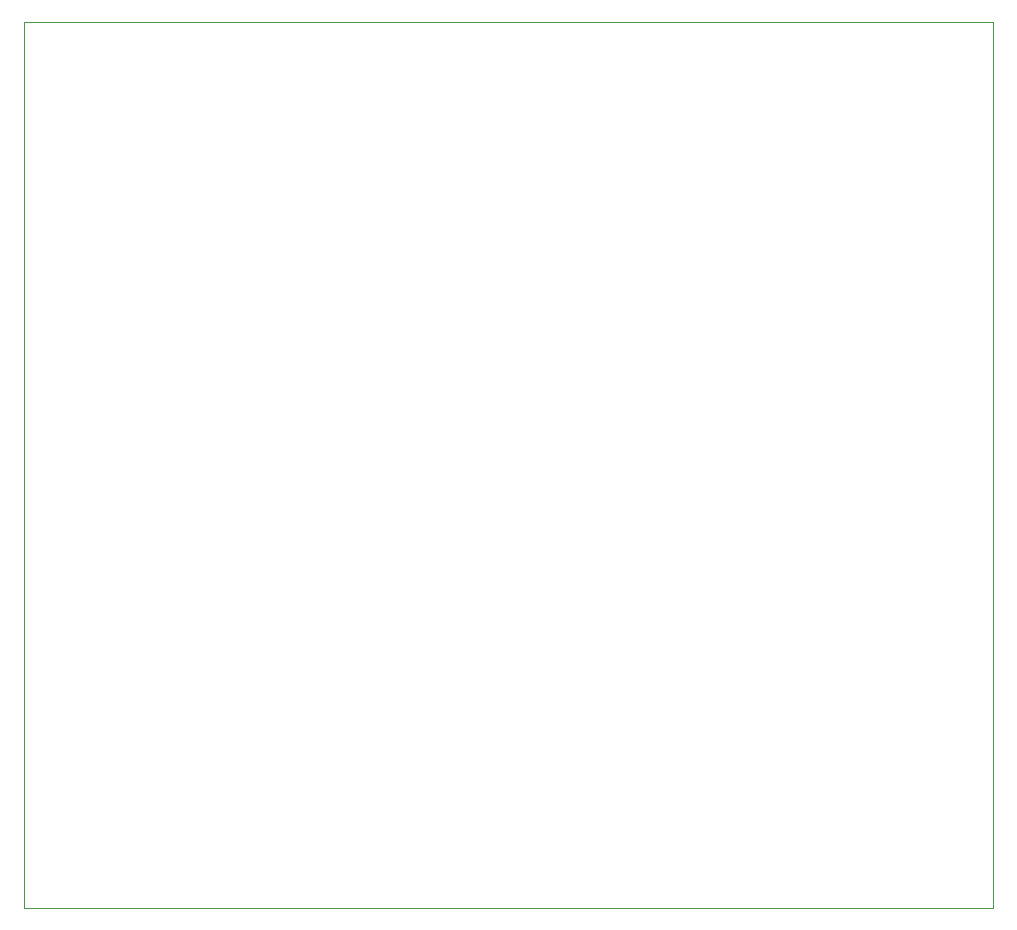
<source format=gm1>
G04 #@! TF.GenerationSoftware,KiCad,Pcbnew,9.0.2*
G04 #@! TF.CreationDate,2026-01-12T13:18:24-05:00*
G04 #@! TF.ProjectId,Pathogen_Pedal,50617468-6f67-4656-9e5f-506564616c2e,rev?*
G04 #@! TF.SameCoordinates,Original*
G04 #@! TF.FileFunction,Profile,NP*
%FSLAX46Y46*%
G04 Gerber Fmt 4.6, Leading zero omitted, Abs format (unit mm)*
G04 Created by KiCad (PCBNEW 9.0.2) date 2026-01-12 13:18:24*
%MOMM*%
%LPD*%
G01*
G04 APERTURE LIST*
G04 #@! TA.AperFunction,Profile*
%ADD10C,0.038100*%
G04 #@! TD*
G04 APERTURE END LIST*
D10*
X53000000Y-109000000D02*
X135000000Y-109000000D01*
X135000000Y-184000000D01*
X53000000Y-184000000D01*
X53000000Y-109000000D01*
M02*

</source>
